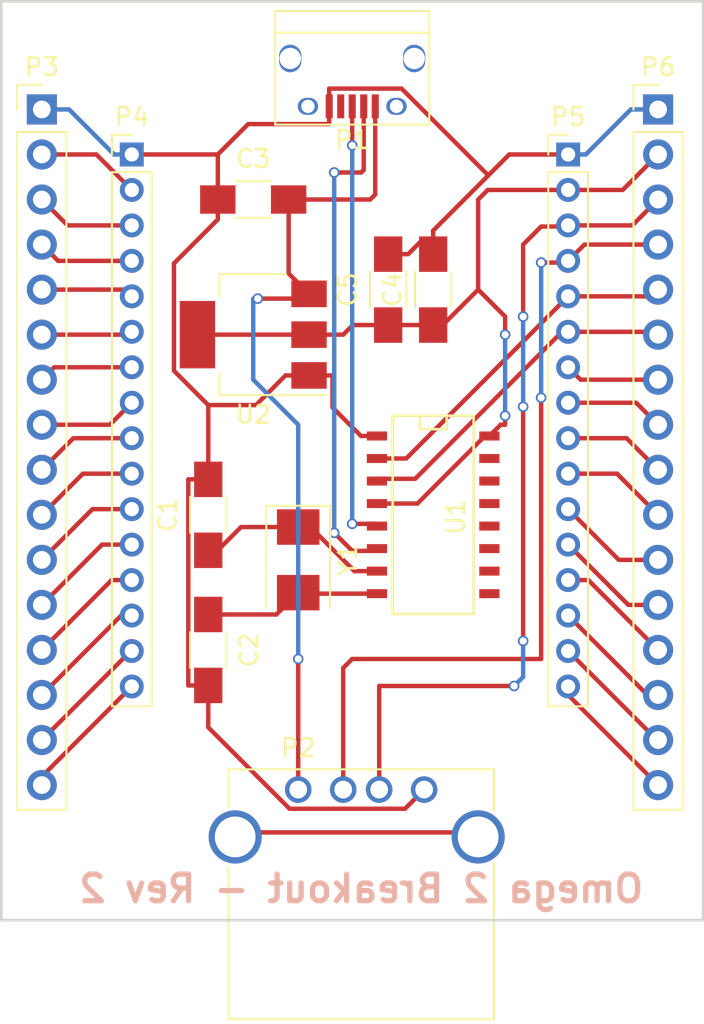
<source format=kicad_pcb>
(kicad_pcb (version 20171130) (host pcbnew "(5.1.12)-1")

  (general
    (thickness 1.6)
    (drawings 5)
    (tracks 204)
    (zones 0)
    (modules 14)
    (nets 46)
  )

  (page A4)
  (layers
    (0 F.Cu signal)
    (31 B.Cu signal)
    (32 B.Adhes user hide)
    (33 F.Adhes user hide)
    (34 B.Paste user hide)
    (35 F.Paste user hide)
    (36 B.SilkS user)
    (37 F.SilkS user)
    (38 B.Mask user hide)
    (39 F.Mask user hide)
    (40 Dwgs.User user hide)
    (41 Cmts.User user hide)
    (42 Eco1.User user hide)
    (43 Eco2.User user hide)
    (44 Edge.Cuts user)
    (45 Margin user hide)
    (46 B.CrtYd user)
    (47 F.CrtYd user)
    (48 B.Fab user hide)
    (49 F.Fab user hide)
  )

  (setup
    (last_trace_width 0.25)
    (trace_clearance 0.2)
    (zone_clearance 0.508)
    (zone_45_only no)
    (trace_min 0.1524)
    (via_size 0.6)
    (via_drill 0.4)
    (via_min_size 0.3302)
    (via_min_drill 0.3)
    (uvia_size 0.3)
    (uvia_drill 0.1)
    (uvias_allowed no)
    (uvia_min_size 0.1778)
    (uvia_min_drill 0.1)
    (edge_width 0.15)
    (segment_width 0.2)
    (pcb_text_width 0.3)
    (pcb_text_size 1.5 1.5)
    (mod_edge_width 0.15)
    (mod_text_size 1 1)
    (mod_text_width 0.15)
    (pad_size 1.524 1.524)
    (pad_drill 0.762)
    (pad_to_mask_clearance 0.2)
    (aux_axis_origin 0 0)
    (grid_origin 86.36 121.92)
    (visible_elements 7FFEFFFF)
    (pcbplotparams
      (layerselection 0x00030_80000001)
      (usegerberextensions true)
      (usegerberattributes true)
      (usegerberadvancedattributes true)
      (creategerberjobfile true)
      (excludeedgelayer true)
      (linewidth 0.100000)
      (plotframeref false)
      (viasonmask false)
      (mode 1)
      (useauxorigin false)
      (hpglpennumber 1)
      (hpglpenspeed 20)
      (hpglpendiameter 15.000000)
      (psnegative false)
      (psa4output false)
      (plotreference true)
      (plotvalue true)
      (plotinvisibletext false)
      (padsonsilk false)
      (subtractmaskfromsilk false)
      (outputformat 1)
      (mirror false)
      (drillshape 0)
      (scaleselection 1)
      (outputdirectory "gerbers/"))
  )

  (net 0 "")
  (net 1 "Net-(C1-Pad1)")
  (net 2 GND)
  (net 3 "Net-(C2-Pad1)")
  (net 4 +5V)
  (net 5 +3V3)
  (net 6 D+)
  (net 7 D-)
  (net 8 D2+)
  (net 9 D2-)
  (net 10 "Net-(P2-Pad5)")
  (net 11 "Net-(P3-Pad2)")
  (net 12 "Net-(P3-Pad3)")
  (net 13 "Net-(P3-Pad4)")
  (net 14 "Net-(P3-Pad5)")
  (net 15 "Net-(P3-Pad6)")
  (net 16 "Net-(P3-Pad7)")
  (net 17 "Net-(P3-Pad8)")
  (net 18 "Net-(P3-Pad9)")
  (net 19 "Net-(P3-Pad10)")
  (net 20 "Net-(P3-Pad11)")
  (net 21 "Net-(P3-Pad12)")
  (net 22 "Net-(P3-Pad13)")
  (net 23 "Net-(P3-Pad14)")
  (net 24 "Net-(P3-Pad15)")
  (net 25 "Net-(P3-Pad16)")
  (net 26 RxD)
  (net 27 TxD)
  (net 28 "Net-(P5-Pad7)")
  (net 29 "Net-(P5-Pad8)")
  (net 30 "Net-(P5-Pad9)")
  (net 31 "Net-(P5-Pad10)")
  (net 32 "Net-(P5-Pad11)")
  (net 33 "Net-(P5-Pad12)")
  (net 34 "Net-(P5-Pad13)")
  (net 35 "Net-(P5-Pad14)")
  (net 36 "Net-(P5-Pad15)")
  (net 37 "Net-(P5-Pad16)")
  (net 38 "Net-(U1-Pad14)")
  (net 39 "Net-(U1-Pad13)")
  (net 40 "Net-(U1-Pad12)")
  (net 41 "Net-(U1-Pad11)")
  (net 42 "Net-(U1-Pad10)")
  (net 43 "Net-(U1-Pad9)")
  (net 44 "Net-(U1-Pad15)")
  (net 45 "Net-(P1-Pad4)")

  (net_class Default "This is the default net class."
    (clearance 0.2)
    (trace_width 0.25)
    (via_dia 0.6)
    (via_drill 0.4)
    (uvia_dia 0.3)
    (uvia_drill 0.1)
    (add_net +3V3)
    (add_net +5V)
    (add_net D+)
    (add_net D-)
    (add_net D2+)
    (add_net D2-)
    (add_net GND)
    (add_net "Net-(C1-Pad1)")
    (add_net "Net-(C2-Pad1)")
    (add_net "Net-(P1-Pad4)")
    (add_net "Net-(P2-Pad5)")
    (add_net "Net-(P3-Pad10)")
    (add_net "Net-(P3-Pad11)")
    (add_net "Net-(P3-Pad12)")
    (add_net "Net-(P3-Pad13)")
    (add_net "Net-(P3-Pad14)")
    (add_net "Net-(P3-Pad15)")
    (add_net "Net-(P3-Pad16)")
    (add_net "Net-(P3-Pad2)")
    (add_net "Net-(P3-Pad3)")
    (add_net "Net-(P3-Pad4)")
    (add_net "Net-(P3-Pad5)")
    (add_net "Net-(P3-Pad6)")
    (add_net "Net-(P3-Pad7)")
    (add_net "Net-(P3-Pad8)")
    (add_net "Net-(P3-Pad9)")
    (add_net "Net-(P5-Pad10)")
    (add_net "Net-(P5-Pad11)")
    (add_net "Net-(P5-Pad12)")
    (add_net "Net-(P5-Pad13)")
    (add_net "Net-(P5-Pad14)")
    (add_net "Net-(P5-Pad15)")
    (add_net "Net-(P5-Pad16)")
    (add_net "Net-(P5-Pad7)")
    (add_net "Net-(P5-Pad8)")
    (add_net "Net-(P5-Pad9)")
    (add_net "Net-(U1-Pad10)")
    (add_net "Net-(U1-Pad11)")
    (add_net "Net-(U1-Pad12)")
    (add_net "Net-(U1-Pad13)")
    (add_net "Net-(U1-Pad14)")
    (add_net "Net-(U1-Pad15)")
    (add_net "Net-(U1-Pad9)")
    (add_net RxD)
    (add_net TxD)
  )

  (module SMD_Packages:SO-16-N (layer F.Cu) (tedit 0) (tstamp 588E2AB1)
    (at 104.14 142.24 270)
    (descr "Module CMS SOJ 16 pins large")
    (tags "CMS SOJ")
    (path /588E1464)
    (attr smd)
    (fp_text reference U1 (at 0.127 -1.27 270) (layer F.SilkS)
      (effects (font (size 1 1) (thickness 0.15)))
    )
    (fp_text value CH340G (at 0 1.27 270) (layer F.Fab)
      (effects (font (size 1 1) (thickness 0.15)))
    )
    (fp_line (start -5.588 -0.762) (end -4.826 -0.762) (layer F.SilkS) (width 0.15))
    (fp_line (start -4.826 -0.762) (end -4.826 0.762) (layer F.SilkS) (width 0.15))
    (fp_line (start -4.826 0.762) (end -5.588 0.762) (layer F.SilkS) (width 0.15))
    (fp_line (start 5.588 -2.286) (end 5.588 2.286) (layer F.SilkS) (width 0.15))
    (fp_line (start 5.588 2.286) (end -5.588 2.286) (layer F.SilkS) (width 0.15))
    (fp_line (start -5.588 2.286) (end -5.588 -2.286) (layer F.SilkS) (width 0.15))
    (fp_line (start -5.588 -2.286) (end 5.588 -2.286) (layer F.SilkS) (width 0.15))
    (pad 16 smd rect (at -4.445 -3.175 270) (size 0.508 1.143) (layers F.Cu F.Paste F.Mask)
      (net 5 +3V3))
    (pad 14 smd rect (at -1.905 -3.175 270) (size 0.508 1.143) (layers F.Cu F.Paste F.Mask)
      (net 38 "Net-(U1-Pad14)"))
    (pad 13 smd rect (at -0.635 -3.175 270) (size 0.508 1.143) (layers F.Cu F.Paste F.Mask)
      (net 39 "Net-(U1-Pad13)"))
    (pad 12 smd rect (at 0.635 -3.175 270) (size 0.508 1.143) (layers F.Cu F.Paste F.Mask)
      (net 40 "Net-(U1-Pad12)"))
    (pad 11 smd rect (at 1.905 -3.175 270) (size 0.508 1.143) (layers F.Cu F.Paste F.Mask)
      (net 41 "Net-(U1-Pad11)"))
    (pad 10 smd rect (at 3.175 -3.175 270) (size 0.508 1.143) (layers F.Cu F.Paste F.Mask)
      (net 42 "Net-(U1-Pad10)"))
    (pad 9 smd rect (at 4.445 -3.175 270) (size 0.508 1.143) (layers F.Cu F.Paste F.Mask)
      (net 43 "Net-(U1-Pad9)"))
    (pad 8 smd rect (at 4.445 3.175 270) (size 0.508 1.143) (layers F.Cu F.Paste F.Mask)
      (net 3 "Net-(C2-Pad1)"))
    (pad 7 smd rect (at 3.175 3.175 270) (size 0.508 1.143) (layers F.Cu F.Paste F.Mask)
      (net 1 "Net-(C1-Pad1)"))
    (pad 6 smd rect (at 1.905 3.175 270) (size 0.508 1.143) (layers F.Cu F.Paste F.Mask)
      (net 7 D-))
    (pad 5 smd rect (at 0.635 3.175 270) (size 0.508 1.143) (layers F.Cu F.Paste F.Mask)
      (net 6 D+))
    (pad 4 smd rect (at -0.635 3.175 270) (size 0.508 1.143) (layers F.Cu F.Paste F.Mask)
      (net 5 +3V3))
    (pad 3 smd rect (at -1.905 3.175 270) (size 0.508 1.143) (layers F.Cu F.Paste F.Mask)
      (net 27 TxD))
    (pad 2 smd rect (at -3.175 3.175 270) (size 0.508 1.143) (layers F.Cu F.Paste F.Mask)
      (net 26 RxD))
    (pad 1 smd rect (at -4.445 3.175 270) (size 0.508 1.143) (layers F.Cu F.Paste F.Mask)
      (net 2 GND))
    (pad 15 smd rect (at -3.175 -3.175 270) (size 0.508 1.143) (layers F.Cu F.Paste F.Mask)
      (net 44 "Net-(U1-Pad15)"))
    (model SMD_Packages.3dshapes/SO-16-N.wrl
      (at (xyz 0 0 0))
      (scale (xyz 0.5 0.4 0.5))
      (rotate (xyz 0 0 0))
    )
  )

  (module Capacitors_SMD:C_1206_HandSoldering (layer F.Cu) (tedit 541A9C03) (tstamp 588E2A21)
    (at 91.44 142.24 90)
    (descr "Capacitor SMD 1206, hand soldering")
    (tags "capacitor 1206")
    (path /588E3610)
    (attr smd)
    (fp_text reference C1 (at 0 -2.3 90) (layer F.SilkS)
      (effects (font (size 1 1) (thickness 0.15)))
    )
    (fp_text value 22pF (at 0 2.3 90) (layer F.Fab)
      (effects (font (size 1 1) (thickness 0.15)))
    )
    (fp_line (start -1.6 0.8) (end -1.6 -0.8) (layer F.Fab) (width 0.1))
    (fp_line (start 1.6 0.8) (end -1.6 0.8) (layer F.Fab) (width 0.1))
    (fp_line (start 1.6 -0.8) (end 1.6 0.8) (layer F.Fab) (width 0.1))
    (fp_line (start -1.6 -0.8) (end 1.6 -0.8) (layer F.Fab) (width 0.1))
    (fp_line (start -3.3 -1.15) (end 3.3 -1.15) (layer F.CrtYd) (width 0.05))
    (fp_line (start -3.3 1.15) (end 3.3 1.15) (layer F.CrtYd) (width 0.05))
    (fp_line (start -3.3 -1.15) (end -3.3 1.15) (layer F.CrtYd) (width 0.05))
    (fp_line (start 3.3 -1.15) (end 3.3 1.15) (layer F.CrtYd) (width 0.05))
    (fp_line (start 1 -1.025) (end -1 -1.025) (layer F.SilkS) (width 0.12))
    (fp_line (start -1 1.025) (end 1 1.025) (layer F.SilkS) (width 0.12))
    (pad 1 smd rect (at -2 0 90) (size 2 1.6) (layers F.Cu F.Paste F.Mask)
      (net 1 "Net-(C1-Pad1)"))
    (pad 2 smd rect (at 2 0 90) (size 2 1.6) (layers F.Cu F.Paste F.Mask)
      (net 2 GND))
    (model Capacitors_SMD.3dshapes/C_1206_HandSoldering.wrl
      (at (xyz 0 0 0))
      (scale (xyz 1 1 1))
      (rotate (xyz 0 0 0))
    )
  )

  (module Capacitors_SMD:C_1206_HandSoldering (layer F.Cu) (tedit 541A9C03) (tstamp 588E2A27)
    (at 91.44 149.86 270)
    (descr "Capacitor SMD 1206, hand soldering")
    (tags "capacitor 1206")
    (path /588E364F)
    (attr smd)
    (fp_text reference C2 (at 0 -2.3 270) (layer F.SilkS)
      (effects (font (size 1 1) (thickness 0.15)))
    )
    (fp_text value 22pF (at 0 2.3 270) (layer F.Fab)
      (effects (font (size 1 1) (thickness 0.15)))
    )
    (fp_line (start -1.6 0.8) (end -1.6 -0.8) (layer F.Fab) (width 0.1))
    (fp_line (start 1.6 0.8) (end -1.6 0.8) (layer F.Fab) (width 0.1))
    (fp_line (start 1.6 -0.8) (end 1.6 0.8) (layer F.Fab) (width 0.1))
    (fp_line (start -1.6 -0.8) (end 1.6 -0.8) (layer F.Fab) (width 0.1))
    (fp_line (start -3.3 -1.15) (end 3.3 -1.15) (layer F.CrtYd) (width 0.05))
    (fp_line (start -3.3 1.15) (end 3.3 1.15) (layer F.CrtYd) (width 0.05))
    (fp_line (start -3.3 -1.15) (end -3.3 1.15) (layer F.CrtYd) (width 0.05))
    (fp_line (start 3.3 -1.15) (end 3.3 1.15) (layer F.CrtYd) (width 0.05))
    (fp_line (start 1 -1.025) (end -1 -1.025) (layer F.SilkS) (width 0.12))
    (fp_line (start -1 1.025) (end 1 1.025) (layer F.SilkS) (width 0.12))
    (pad 1 smd rect (at -2 0 270) (size 2 1.6) (layers F.Cu F.Paste F.Mask)
      (net 3 "Net-(C2-Pad1)"))
    (pad 2 smd rect (at 2 0 270) (size 2 1.6) (layers F.Cu F.Paste F.Mask)
      (net 2 GND))
    (model Capacitors_SMD.3dshapes/C_1206_HandSoldering.wrl
      (at (xyz 0 0 0))
      (scale (xyz 1 1 1))
      (rotate (xyz 0 0 0))
    )
  )

  (module Capacitors_SMD:C_1206_HandSoldering (layer F.Cu) (tedit 541A9C03) (tstamp 588E2A2D)
    (at 93.98 124.46)
    (descr "Capacitor SMD 1206, hand soldering")
    (tags "capacitor 1206")
    (path /588E1D72)
    (attr smd)
    (fp_text reference C3 (at 0 -2.3) (layer F.SilkS)
      (effects (font (size 1 1) (thickness 0.15)))
    )
    (fp_text value 100uF (at 0 2.3) (layer F.Fab)
      (effects (font (size 1 1) (thickness 0.15)))
    )
    (fp_line (start -1.6 0.8) (end -1.6 -0.8) (layer F.Fab) (width 0.1))
    (fp_line (start 1.6 0.8) (end -1.6 0.8) (layer F.Fab) (width 0.1))
    (fp_line (start 1.6 -0.8) (end 1.6 0.8) (layer F.Fab) (width 0.1))
    (fp_line (start -1.6 -0.8) (end 1.6 -0.8) (layer F.Fab) (width 0.1))
    (fp_line (start -3.3 -1.15) (end 3.3 -1.15) (layer F.CrtYd) (width 0.05))
    (fp_line (start -3.3 1.15) (end 3.3 1.15) (layer F.CrtYd) (width 0.05))
    (fp_line (start -3.3 -1.15) (end -3.3 1.15) (layer F.CrtYd) (width 0.05))
    (fp_line (start 3.3 -1.15) (end 3.3 1.15) (layer F.CrtYd) (width 0.05))
    (fp_line (start 1 -1.025) (end -1 -1.025) (layer F.SilkS) (width 0.12))
    (fp_line (start -1 1.025) (end 1 1.025) (layer F.SilkS) (width 0.12))
    (pad 1 smd rect (at -2 0) (size 2 1.6) (layers F.Cu F.Paste F.Mask)
      (net 2 GND))
    (pad 2 smd rect (at 2 0) (size 2 1.6) (layers F.Cu F.Paste F.Mask)
      (net 4 +5V))
    (model Capacitors_SMD.3dshapes/C_1206_HandSoldering.wrl
      (at (xyz 0 0 0))
      (scale (xyz 1 1 1))
      (rotate (xyz 0 0 0))
    )
  )

  (module Capacitors_SMD:C_1206_HandSoldering (layer F.Cu) (tedit 541A9C03) (tstamp 588E2A33)
    (at 104.14 129.54 90)
    (descr "Capacitor SMD 1206, hand soldering")
    (tags "capacitor 1206")
    (path /588F1256)
    (attr smd)
    (fp_text reference C4 (at 0 -2.3 90) (layer F.SilkS)
      (effects (font (size 1 1) (thickness 0.15)))
    )
    (fp_text value 10uF (at 0 2.3 90) (layer F.Fab)
      (effects (font (size 1 1) (thickness 0.15)))
    )
    (fp_line (start -1.6 0.8) (end -1.6 -0.8) (layer F.Fab) (width 0.1))
    (fp_line (start 1.6 0.8) (end -1.6 0.8) (layer F.Fab) (width 0.1))
    (fp_line (start 1.6 -0.8) (end 1.6 0.8) (layer F.Fab) (width 0.1))
    (fp_line (start -1.6 -0.8) (end 1.6 -0.8) (layer F.Fab) (width 0.1))
    (fp_line (start -3.3 -1.15) (end 3.3 -1.15) (layer F.CrtYd) (width 0.05))
    (fp_line (start -3.3 1.15) (end 3.3 1.15) (layer F.CrtYd) (width 0.05))
    (fp_line (start -3.3 -1.15) (end -3.3 1.15) (layer F.CrtYd) (width 0.05))
    (fp_line (start 3.3 -1.15) (end 3.3 1.15) (layer F.CrtYd) (width 0.05))
    (fp_line (start 1 -1.025) (end -1 -1.025) (layer F.SilkS) (width 0.12))
    (fp_line (start -1 1.025) (end 1 1.025) (layer F.SilkS) (width 0.12))
    (pad 1 smd rect (at -2 0 90) (size 2 1.6) (layers F.Cu F.Paste F.Mask)
      (net 5 +3V3))
    (pad 2 smd rect (at 2 0 90) (size 2 1.6) (layers F.Cu F.Paste F.Mask)
      (net 2 GND))
    (model Capacitors_SMD.3dshapes/C_1206_HandSoldering.wrl
      (at (xyz 0 0 0))
      (scale (xyz 1 1 1))
      (rotate (xyz 0 0 0))
    )
  )

  (module Capacitors_SMD:C_1206_HandSoldering (layer F.Cu) (tedit 541A9C03) (tstamp 588E2A39)
    (at 101.6 129.54 90)
    (descr "Capacitor SMD 1206, hand soldering")
    (tags "capacitor 1206")
    (path /588F1295)
    (attr smd)
    (fp_text reference C5 (at 0 -2.3 90) (layer F.SilkS)
      (effects (font (size 1 1) (thickness 0.15)))
    )
    (fp_text value 0.1uF (at 0 2.3 90) (layer F.Fab)
      (effects (font (size 1 1) (thickness 0.15)))
    )
    (fp_line (start -1.6 0.8) (end -1.6 -0.8) (layer F.Fab) (width 0.1))
    (fp_line (start 1.6 0.8) (end -1.6 0.8) (layer F.Fab) (width 0.1))
    (fp_line (start 1.6 -0.8) (end 1.6 0.8) (layer F.Fab) (width 0.1))
    (fp_line (start -1.6 -0.8) (end 1.6 -0.8) (layer F.Fab) (width 0.1))
    (fp_line (start -3.3 -1.15) (end 3.3 -1.15) (layer F.CrtYd) (width 0.05))
    (fp_line (start -3.3 1.15) (end 3.3 1.15) (layer F.CrtYd) (width 0.05))
    (fp_line (start -3.3 -1.15) (end -3.3 1.15) (layer F.CrtYd) (width 0.05))
    (fp_line (start 3.3 -1.15) (end 3.3 1.15) (layer F.CrtYd) (width 0.05))
    (fp_line (start 1 -1.025) (end -1 -1.025) (layer F.SilkS) (width 0.12))
    (fp_line (start -1 1.025) (end 1 1.025) (layer F.SilkS) (width 0.12))
    (pad 1 smd rect (at -2 0 90) (size 2 1.6) (layers F.Cu F.Paste F.Mask)
      (net 5 +3V3))
    (pad 2 smd rect (at 2 0 90) (size 2 1.6) (layers F.Cu F.Paste F.Mask)
      (net 2 GND))
    (model Capacitors_SMD.3dshapes/C_1206_HandSoldering.wrl
      (at (xyz 0 0 0))
      (scale (xyz 1 1 1))
      (rotate (xyz 0 0 0))
    )
  )

  (module Connect:USB_A (layer F.Cu) (tedit 5) (tstamp 588E2A4D)
    (at 96.52 157.734)
    (descr "USB A connector")
    (tags "USB USB_A")
    (path /588E1FDE)
    (fp_text reference P2 (at 0 -2.35) (layer F.SilkS)
      (effects (font (size 1 1) (thickness 0.15)))
    )
    (fp_text value USB_B (at 3.84 7.44) (layer F.Fab)
      (effects (font (size 1 1) (thickness 0.15)))
    )
    (fp_line (start -5.3 13.2) (end -5.3 -1.4) (layer F.CrtYd) (width 0.05))
    (fp_line (start 11.95 -1.4) (end 11.95 13.2) (layer F.CrtYd) (width 0.05))
    (fp_line (start -5.3 13.2) (end 11.95 13.2) (layer F.CrtYd) (width 0.05))
    (fp_line (start -5.3 -1.4) (end 11.95 -1.4) (layer F.CrtYd) (width 0.05))
    (fp_line (start 11.05 -1.14) (end 11.05 1.19) (layer F.SilkS) (width 0.12))
    (fp_line (start -3.94 -1.14) (end -3.94 0.98) (layer F.SilkS) (width 0.12))
    (fp_line (start 11.05 -1.14) (end -3.94 -1.14) (layer F.SilkS) (width 0.12))
    (fp_line (start 11.05 12.95) (end -3.94 12.95) (layer F.SilkS) (width 0.12))
    (fp_line (start 11.05 4.15) (end 11.05 12.95) (layer F.SilkS) (width 0.12))
    (fp_line (start -3.94 4.35) (end -3.94 12.95) (layer F.SilkS) (width 0.12))
    (pad 4 thru_hole circle (at 7.11 0 270) (size 1.5 1.5) (drill 1) (layers *.Cu *.Mask)
      (net 2 GND))
    (pad 3 thru_hole circle (at 4.57 0 270) (size 1.5 1.5) (drill 1) (layers *.Cu *.Mask)
      (net 8 D2+))
    (pad 2 thru_hole circle (at 2.54 0 270) (size 1.5 1.5) (drill 1) (layers *.Cu *.Mask)
      (net 9 D2-))
    (pad 1 thru_hole circle (at 0 0 270) (size 1.5 1.5) (drill 1) (layers *.Cu *.Mask)
      (net 4 +5V))
    (pad 5 thru_hole circle (at 10.16 2.67 270) (size 3 3) (drill 2.3) (layers *.Cu *.Mask)
      (net 10 "Net-(P2-Pad5)"))
    (pad 5 thru_hole circle (at -3.56 2.67 270) (size 3 3) (drill 2.3) (layers *.Cu *.Mask)
      (net 10 "Net-(P2-Pad5)"))
    (model Connectors.3dshapes/USB_A.wrl
      (offset (xyz 3.555999946594238 0 0))
      (scale (xyz 1 1 1))
      (rotate (xyz 0 0 90))
    )
  )

  (module Pin_Headers:Pin_Header_Straight_1x16_Pitch2.54mm (layer F.Cu) (tedit 5862ED52) (tstamp 588E2A61)
    (at 82.042 119.38)
    (descr "Through hole straight pin header, 1x16, 2.54mm pitch, single row")
    (tags "Through hole pin header THT 1x16 2.54mm single row")
    (path /588E5695)
    (fp_text reference P3 (at 0 -2.39) (layer F.SilkS)
      (effects (font (size 1 1) (thickness 0.15)))
    )
    (fp_text value CONN_01X16 (at 0 40.49) (layer F.Fab)
      (effects (font (size 1 1) (thickness 0.15)))
    )
    (fp_line (start -1.27 -1.27) (end -1.27 39.37) (layer F.Fab) (width 0.1))
    (fp_line (start -1.27 39.37) (end 1.27 39.37) (layer F.Fab) (width 0.1))
    (fp_line (start 1.27 39.37) (end 1.27 -1.27) (layer F.Fab) (width 0.1))
    (fp_line (start 1.27 -1.27) (end -1.27 -1.27) (layer F.Fab) (width 0.1))
    (fp_line (start -1.39 1.27) (end -1.39 39.49) (layer F.SilkS) (width 0.12))
    (fp_line (start -1.39 39.49) (end 1.39 39.49) (layer F.SilkS) (width 0.12))
    (fp_line (start 1.39 39.49) (end 1.39 1.27) (layer F.SilkS) (width 0.12))
    (fp_line (start 1.39 1.27) (end -1.39 1.27) (layer F.SilkS) (width 0.12))
    (fp_line (start -1.39 0) (end -1.39 -1.39) (layer F.SilkS) (width 0.12))
    (fp_line (start -1.39 -1.39) (end 0 -1.39) (layer F.SilkS) (width 0.12))
    (fp_line (start -1.6 -1.6) (end -1.6 39.7) (layer F.CrtYd) (width 0.05))
    (fp_line (start -1.6 39.7) (end 1.6 39.7) (layer F.CrtYd) (width 0.05))
    (fp_line (start 1.6 39.7) (end 1.6 -1.6) (layer F.CrtYd) (width 0.05))
    (fp_line (start 1.6 -1.6) (end -1.6 -1.6) (layer F.CrtYd) (width 0.05))
    (pad 1 thru_hole rect (at 0 0) (size 1.7 1.7) (drill 1) (layers *.Cu *.Mask)
      (net 2 GND))
    (pad 2 thru_hole oval (at 0 2.54) (size 1.7 1.7) (drill 1) (layers *.Cu *.Mask)
      (net 11 "Net-(P3-Pad2)"))
    (pad 3 thru_hole oval (at 0 5.08) (size 1.7 1.7) (drill 1) (layers *.Cu *.Mask)
      (net 12 "Net-(P3-Pad3)"))
    (pad 4 thru_hole oval (at 0 7.62) (size 1.7 1.7) (drill 1) (layers *.Cu *.Mask)
      (net 13 "Net-(P3-Pad4)"))
    (pad 5 thru_hole oval (at 0 10.16) (size 1.7 1.7) (drill 1) (layers *.Cu *.Mask)
      (net 14 "Net-(P3-Pad5)"))
    (pad 6 thru_hole oval (at 0 12.7) (size 1.7 1.7) (drill 1) (layers *.Cu *.Mask)
      (net 15 "Net-(P3-Pad6)"))
    (pad 7 thru_hole oval (at 0 15.24) (size 1.7 1.7) (drill 1) (layers *.Cu *.Mask)
      (net 16 "Net-(P3-Pad7)"))
    (pad 8 thru_hole oval (at 0 17.78) (size 1.7 1.7) (drill 1) (layers *.Cu *.Mask)
      (net 17 "Net-(P3-Pad8)"))
    (pad 9 thru_hole oval (at 0 20.32) (size 1.7 1.7) (drill 1) (layers *.Cu *.Mask)
      (net 18 "Net-(P3-Pad9)"))
    (pad 10 thru_hole oval (at 0 22.86) (size 1.7 1.7) (drill 1) (layers *.Cu *.Mask)
      (net 19 "Net-(P3-Pad10)"))
    (pad 11 thru_hole oval (at 0 25.4) (size 1.7 1.7) (drill 1) (layers *.Cu *.Mask)
      (net 20 "Net-(P3-Pad11)"))
    (pad 12 thru_hole oval (at 0 27.94) (size 1.7 1.7) (drill 1) (layers *.Cu *.Mask)
      (net 21 "Net-(P3-Pad12)"))
    (pad 13 thru_hole oval (at 0 30.48) (size 1.7 1.7) (drill 1) (layers *.Cu *.Mask)
      (net 22 "Net-(P3-Pad13)"))
    (pad 14 thru_hole oval (at 0 33.02) (size 1.7 1.7) (drill 1) (layers *.Cu *.Mask)
      (net 23 "Net-(P3-Pad14)"))
    (pad 15 thru_hole oval (at 0 35.56) (size 1.7 1.7) (drill 1) (layers *.Cu *.Mask)
      (net 24 "Net-(P3-Pad15)"))
    (pad 16 thru_hole oval (at 0 38.1) (size 1.7 1.7) (drill 1) (layers *.Cu *.Mask)
      (net 25 "Net-(P3-Pad16)"))
    (model Pin_Headers.3dshapes/Pin_Header_Straight_1x16_Pitch2.54mm.wrl
      (offset (xyz 0 -19.04999971389771 0))
      (scale (xyz 1 1 1))
      (rotate (xyz 0 0 90))
    )
  )

  (module Pin_Headers:Pin_Header_Straight_1x16_Pitch2.00mm (layer F.Cu) (tedit 5862ED56) (tstamp 588E2A75)
    (at 87.122 121.92)
    (descr "Through hole straight pin header, 1x16, 2.00mm pitch, single row")
    (tags "Through hole pin header THT 1x16 2.00mm single row")
    (path /588E14EF)
    (fp_text reference P4 (at 0 -2.12) (layer F.SilkS)
      (effects (font (size 1 1) (thickness 0.15)))
    )
    (fp_text value CONN_01X16 (at 0 32.12) (layer F.Fab)
      (effects (font (size 1 1) (thickness 0.15)))
    )
    (fp_line (start -1 -1) (end -1 31) (layer F.Fab) (width 0.1))
    (fp_line (start -1 31) (end 1 31) (layer F.Fab) (width 0.1))
    (fp_line (start 1 31) (end 1 -1) (layer F.Fab) (width 0.1))
    (fp_line (start 1 -1) (end -1 -1) (layer F.Fab) (width 0.1))
    (fp_line (start -1.12 1) (end -1.12 31.12) (layer F.SilkS) (width 0.12))
    (fp_line (start -1.12 31.12) (end 1.12 31.12) (layer F.SilkS) (width 0.12))
    (fp_line (start 1.12 31.12) (end 1.12 1) (layer F.SilkS) (width 0.12))
    (fp_line (start 1.12 1) (end -1.12 1) (layer F.SilkS) (width 0.12))
    (fp_line (start -1.12 0) (end -1.12 -1.12) (layer F.SilkS) (width 0.12))
    (fp_line (start -1.12 -1.12) (end 0 -1.12) (layer F.SilkS) (width 0.12))
    (fp_line (start -1.3 -1.3) (end -1.3 31.3) (layer F.CrtYd) (width 0.05))
    (fp_line (start -1.3 31.3) (end 1.3 31.3) (layer F.CrtYd) (width 0.05))
    (fp_line (start 1.3 31.3) (end 1.3 -1.3) (layer F.CrtYd) (width 0.05))
    (fp_line (start 1.3 -1.3) (end -1.3 -1.3) (layer F.CrtYd) (width 0.05))
    (pad 1 thru_hole rect (at 0 0) (size 1.35 1.35) (drill 0.8) (layers *.Cu *.Mask)
      (net 2 GND))
    (pad 2 thru_hole oval (at 0 2) (size 1.35 1.35) (drill 0.8) (layers *.Cu *.Mask)
      (net 11 "Net-(P3-Pad2)"))
    (pad 3 thru_hole oval (at 0 4) (size 1.35 1.35) (drill 0.8) (layers *.Cu *.Mask)
      (net 12 "Net-(P3-Pad3)"))
    (pad 4 thru_hole oval (at 0 6) (size 1.35 1.35) (drill 0.8) (layers *.Cu *.Mask)
      (net 13 "Net-(P3-Pad4)"))
    (pad 5 thru_hole oval (at 0 8) (size 1.35 1.35) (drill 0.8) (layers *.Cu *.Mask)
      (net 14 "Net-(P3-Pad5)"))
    (pad 6 thru_hole oval (at 0 10) (size 1.35 1.35) (drill 0.8) (layers *.Cu *.Mask)
      (net 15 "Net-(P3-Pad6)"))
    (pad 7 thru_hole oval (at 0 12) (size 1.35 1.35) (drill 0.8) (layers *.Cu *.Mask)
      (net 16 "Net-(P3-Pad7)"))
    (pad 8 thru_hole oval (at 0 14) (size 1.35 1.35) (drill 0.8) (layers *.Cu *.Mask)
      (net 17 "Net-(P3-Pad8)"))
    (pad 9 thru_hole oval (at 0 16) (size 1.35 1.35) (drill 0.8) (layers *.Cu *.Mask)
      (net 18 "Net-(P3-Pad9)"))
    (pad 10 thru_hole oval (at 0 18) (size 1.35 1.35) (drill 0.8) (layers *.Cu *.Mask)
      (net 19 "Net-(P3-Pad10)"))
    (pad 11 thru_hole oval (at 0 20) (size 1.35 1.35) (drill 0.8) (layers *.Cu *.Mask)
      (net 20 "Net-(P3-Pad11)"))
    (pad 12 thru_hole oval (at 0 22) (size 1.35 1.35) (drill 0.8) (layers *.Cu *.Mask)
      (net 21 "Net-(P3-Pad12)"))
    (pad 13 thru_hole oval (at 0 24) (size 1.35 1.35) (drill 0.8) (layers *.Cu *.Mask)
      (net 22 "Net-(P3-Pad13)"))
    (pad 14 thru_hole oval (at 0 26) (size 1.35 1.35) (drill 0.8) (layers *.Cu *.Mask)
      (net 23 "Net-(P3-Pad14)"))
    (pad 15 thru_hole oval (at 0 28) (size 1.35 1.35) (drill 0.8) (layers *.Cu *.Mask)
      (net 24 "Net-(P3-Pad15)"))
    (pad 16 thru_hole oval (at 0 30) (size 1.35 1.35) (drill 0.8) (layers *.Cu *.Mask)
      (net 25 "Net-(P3-Pad16)"))
    (model Pin_Headers.3dshapes/Pin_Header_Straight_1x16_Pitch2.00mm.wrl
      (at (xyz 0 0 0))
      (scale (xyz 1 1 1))
      (rotate (xyz 0 0 0))
    )
  )

  (module Pin_Headers:Pin_Header_Straight_1x16_Pitch2.00mm (layer F.Cu) (tedit 5862ED56) (tstamp 588E2A89)
    (at 111.76 121.92)
    (descr "Through hole straight pin header, 1x16, 2.00mm pitch, single row")
    (tags "Through hole pin header THT 1x16 2.00mm single row")
    (path /588E166E)
    (fp_text reference P5 (at 0 -2.12) (layer F.SilkS)
      (effects (font (size 1 1) (thickness 0.15)))
    )
    (fp_text value CONN_01X16 (at 0 32.12) (layer F.Fab)
      (effects (font (size 1 1) (thickness 0.15)))
    )
    (fp_line (start -1 -1) (end -1 31) (layer F.Fab) (width 0.1))
    (fp_line (start -1 31) (end 1 31) (layer F.Fab) (width 0.1))
    (fp_line (start 1 31) (end 1 -1) (layer F.Fab) (width 0.1))
    (fp_line (start 1 -1) (end -1 -1) (layer F.Fab) (width 0.1))
    (fp_line (start -1.12 1) (end -1.12 31.12) (layer F.SilkS) (width 0.12))
    (fp_line (start -1.12 31.12) (end 1.12 31.12) (layer F.SilkS) (width 0.12))
    (fp_line (start 1.12 31.12) (end 1.12 1) (layer F.SilkS) (width 0.12))
    (fp_line (start 1.12 1) (end -1.12 1) (layer F.SilkS) (width 0.12))
    (fp_line (start -1.12 0) (end -1.12 -1.12) (layer F.SilkS) (width 0.12))
    (fp_line (start -1.12 -1.12) (end 0 -1.12) (layer F.SilkS) (width 0.12))
    (fp_line (start -1.3 -1.3) (end -1.3 31.3) (layer F.CrtYd) (width 0.05))
    (fp_line (start -1.3 31.3) (end 1.3 31.3) (layer F.CrtYd) (width 0.05))
    (fp_line (start 1.3 31.3) (end 1.3 -1.3) (layer F.CrtYd) (width 0.05))
    (fp_line (start 1.3 -1.3) (end -1.3 -1.3) (layer F.CrtYd) (width 0.05))
    (pad 1 thru_hole rect (at 0 0) (size 1.35 1.35) (drill 0.8) (layers *.Cu *.Mask)
      (net 2 GND))
    (pad 2 thru_hole oval (at 0 2) (size 1.35 1.35) (drill 0.8) (layers *.Cu *.Mask)
      (net 5 +3V3))
    (pad 3 thru_hole oval (at 0 4) (size 1.35 1.35) (drill 0.8) (layers *.Cu *.Mask)
      (net 8 D2+))
    (pad 4 thru_hole oval (at 0 6) (size 1.35 1.35) (drill 0.8) (layers *.Cu *.Mask)
      (net 9 D2-))
    (pad 5 thru_hole oval (at 0 8) (size 1.35 1.35) (drill 0.8) (layers *.Cu *.Mask)
      (net 26 RxD))
    (pad 6 thru_hole oval (at 0 10) (size 1.35 1.35) (drill 0.8) (layers *.Cu *.Mask)
      (net 27 TxD))
    (pad 7 thru_hole oval (at 0 12) (size 1.35 1.35) (drill 0.8) (layers *.Cu *.Mask)
      (net 28 "Net-(P5-Pad7)"))
    (pad 8 thru_hole oval (at 0 14) (size 1.35 1.35) (drill 0.8) (layers *.Cu *.Mask)
      (net 29 "Net-(P5-Pad8)"))
    (pad 9 thru_hole oval (at 0 16) (size 1.35 1.35) (drill 0.8) (layers *.Cu *.Mask)
      (net 30 "Net-(P5-Pad9)"))
    (pad 10 thru_hole oval (at 0 18) (size 1.35 1.35) (drill 0.8) (layers *.Cu *.Mask)
      (net 31 "Net-(P5-Pad10)"))
    (pad 11 thru_hole oval (at 0 20) (size 1.35 1.35) (drill 0.8) (layers *.Cu *.Mask)
      (net 32 "Net-(P5-Pad11)"))
    (pad 12 thru_hole oval (at 0 22) (size 1.35 1.35) (drill 0.8) (layers *.Cu *.Mask)
      (net 33 "Net-(P5-Pad12)"))
    (pad 13 thru_hole oval (at 0 24) (size 1.35 1.35) (drill 0.8) (layers *.Cu *.Mask)
      (net 34 "Net-(P5-Pad13)"))
    (pad 14 thru_hole oval (at 0 26) (size 1.35 1.35) (drill 0.8) (layers *.Cu *.Mask)
      (net 35 "Net-(P5-Pad14)"))
    (pad 15 thru_hole oval (at 0 28) (size 1.35 1.35) (drill 0.8) (layers *.Cu *.Mask)
      (net 36 "Net-(P5-Pad15)"))
    (pad 16 thru_hole oval (at 0 30) (size 1.35 1.35) (drill 0.8) (layers *.Cu *.Mask)
      (net 37 "Net-(P5-Pad16)"))
    (model Pin_Headers.3dshapes/Pin_Header_Straight_1x16_Pitch2.00mm.wrl
      (at (xyz 0 0 0))
      (scale (xyz 1 1 1))
      (rotate (xyz 0 0 0))
    )
  )

  (module Pin_Headers:Pin_Header_Straight_1x16_Pitch2.54mm (layer F.Cu) (tedit 5862ED52) (tstamp 588E2A9D)
    (at 116.84 119.38)
    (descr "Through hole straight pin header, 1x16, 2.54mm pitch, single row")
    (tags "Through hole pin header THT 1x16 2.54mm single row")
    (path /588E573F)
    (fp_text reference P6 (at 0 -2.39) (layer F.SilkS)
      (effects (font (size 1 1) (thickness 0.15)))
    )
    (fp_text value CONN_01X16 (at 0 40.49) (layer F.Fab)
      (effects (font (size 1 1) (thickness 0.15)))
    )
    (fp_line (start -1.27 -1.27) (end -1.27 39.37) (layer F.Fab) (width 0.1))
    (fp_line (start -1.27 39.37) (end 1.27 39.37) (layer F.Fab) (width 0.1))
    (fp_line (start 1.27 39.37) (end 1.27 -1.27) (layer F.Fab) (width 0.1))
    (fp_line (start 1.27 -1.27) (end -1.27 -1.27) (layer F.Fab) (width 0.1))
    (fp_line (start -1.39 1.27) (end -1.39 39.49) (layer F.SilkS) (width 0.12))
    (fp_line (start -1.39 39.49) (end 1.39 39.49) (layer F.SilkS) (width 0.12))
    (fp_line (start 1.39 39.49) (end 1.39 1.27) (layer F.SilkS) (width 0.12))
    (fp_line (start 1.39 1.27) (end -1.39 1.27) (layer F.SilkS) (width 0.12))
    (fp_line (start -1.39 0) (end -1.39 -1.39) (layer F.SilkS) (width 0.12))
    (fp_line (start -1.39 -1.39) (end 0 -1.39) (layer F.SilkS) (width 0.12))
    (fp_line (start -1.6 -1.6) (end -1.6 39.7) (layer F.CrtYd) (width 0.05))
    (fp_line (start -1.6 39.7) (end 1.6 39.7) (layer F.CrtYd) (width 0.05))
    (fp_line (start 1.6 39.7) (end 1.6 -1.6) (layer F.CrtYd) (width 0.05))
    (fp_line (start 1.6 -1.6) (end -1.6 -1.6) (layer F.CrtYd) (width 0.05))
    (pad 1 thru_hole rect (at 0 0) (size 1.7 1.7) (drill 1) (layers *.Cu *.Mask)
      (net 2 GND))
    (pad 2 thru_hole oval (at 0 2.54) (size 1.7 1.7) (drill 1) (layers *.Cu *.Mask)
      (net 5 +3V3))
    (pad 3 thru_hole oval (at 0 5.08) (size 1.7 1.7) (drill 1) (layers *.Cu *.Mask)
      (net 8 D2+))
    (pad 4 thru_hole oval (at 0 7.62) (size 1.7 1.7) (drill 1) (layers *.Cu *.Mask)
      (net 9 D2-))
    (pad 5 thru_hole oval (at 0 10.16) (size 1.7 1.7) (drill 1) (layers *.Cu *.Mask)
      (net 26 RxD))
    (pad 6 thru_hole oval (at 0 12.7) (size 1.7 1.7) (drill 1) (layers *.Cu *.Mask)
      (net 27 TxD))
    (pad 7 thru_hole oval (at 0 15.24) (size 1.7 1.7) (drill 1) (layers *.Cu *.Mask)
      (net 28 "Net-(P5-Pad7)"))
    (pad 8 thru_hole oval (at 0 17.78) (size 1.7 1.7) (drill 1) (layers *.Cu *.Mask)
      (net 29 "Net-(P5-Pad8)"))
    (pad 9 thru_hole oval (at 0 20.32) (size 1.7 1.7) (drill 1) (layers *.Cu *.Mask)
      (net 30 "Net-(P5-Pad9)"))
    (pad 10 thru_hole oval (at 0 22.86) (size 1.7 1.7) (drill 1) (layers *.Cu *.Mask)
      (net 31 "Net-(P5-Pad10)"))
    (pad 11 thru_hole oval (at 0 25.4) (size 1.7 1.7) (drill 1) (layers *.Cu *.Mask)
      (net 32 "Net-(P5-Pad11)"))
    (pad 12 thru_hole oval (at 0 27.94) (size 1.7 1.7) (drill 1) (layers *.Cu *.Mask)
      (net 33 "Net-(P5-Pad12)"))
    (pad 13 thru_hole oval (at 0 30.48) (size 1.7 1.7) (drill 1) (layers *.Cu *.Mask)
      (net 34 "Net-(P5-Pad13)"))
    (pad 14 thru_hole oval (at 0 33.02) (size 1.7 1.7) (drill 1) (layers *.Cu *.Mask)
      (net 35 "Net-(P5-Pad14)"))
    (pad 15 thru_hole oval (at 0 35.56) (size 1.7 1.7) (drill 1) (layers *.Cu *.Mask)
      (net 36 "Net-(P5-Pad15)"))
    (pad 16 thru_hole oval (at 0 38.1) (size 1.7 1.7) (drill 1) (layers *.Cu *.Mask)
      (net 37 "Net-(P5-Pad16)"))
    (model Pin_Headers.3dshapes/Pin_Header_Straight_1x16_Pitch2.54mm.wrl
      (offset (xyz 0 -19.04999971389771 0))
      (scale (xyz 1 1 1))
      (rotate (xyz 0 0 90))
    )
  )

  (module Crystals:Crystal_SMD_5032-2pin_5.0x3.2mm (layer F.Cu) (tedit 5873B462) (tstamp 588E2ABF)
    (at 96.52 144.78 270)
    (descr "SMD Crystal SERIES SMD2520/2 http://www.icbase.com/File/PDF/HKC/HKC00061008.pdf, 5.0x3.2mm^2 package")
    (tags "SMD SMT crystal")
    (path /588E3573)
    (attr smd)
    (fp_text reference Y1 (at 0 -2.8 270) (layer F.SilkS)
      (effects (font (size 1 1) (thickness 0.15)))
    )
    (fp_text value 12MHz (at 0 2.8 270) (layer F.Fab)
      (effects (font (size 1 1) (thickness 0.15)))
    )
    (fp_circle (center 0 0) (end 0.4 0) (layer F.Adhes) (width 0.1))
    (fp_circle (center 0 0) (end 0.333333 0) (layer F.Adhes) (width 0.133333))
    (fp_circle (center 0 0) (end 0.213333 0) (layer F.Adhes) (width 0.133333))
    (fp_circle (center 0 0) (end 0.093333 0) (layer F.Adhes) (width 0.186667))
    (fp_line (start -2.3 -1.6) (end 2.3 -1.6) (layer F.Fab) (width 0.1))
    (fp_line (start 2.3 -1.6) (end 2.5 -1.4) (layer F.Fab) (width 0.1))
    (fp_line (start 2.5 -1.4) (end 2.5 1.4) (layer F.Fab) (width 0.1))
    (fp_line (start 2.5 1.4) (end 2.3 1.6) (layer F.Fab) (width 0.1))
    (fp_line (start 2.3 1.6) (end -2.3 1.6) (layer F.Fab) (width 0.1))
    (fp_line (start -2.3 1.6) (end -2.5 1.4) (layer F.Fab) (width 0.1))
    (fp_line (start -2.5 1.4) (end -2.5 -1.4) (layer F.Fab) (width 0.1))
    (fp_line (start -2.5 -1.4) (end -2.3 -1.6) (layer F.Fab) (width 0.1))
    (fp_line (start -2.5 0.6) (end -1.5 1.6) (layer F.Fab) (width 0.1))
    (fp_line (start 2.7 -1.8) (end -3.05 -1.8) (layer F.SilkS) (width 0.12))
    (fp_line (start -3.05 -1.8) (end -3.05 1.8) (layer F.SilkS) (width 0.12))
    (fp_line (start -3.05 1.8) (end 2.7 1.8) (layer F.SilkS) (width 0.12))
    (fp_line (start -3.1 -1.9) (end -3.1 1.9) (layer F.CrtYd) (width 0.05))
    (fp_line (start -3.1 1.9) (end 3.1 1.9) (layer F.CrtYd) (width 0.05))
    (fp_line (start 3.1 1.9) (end 3.1 -1.9) (layer F.CrtYd) (width 0.05))
    (fp_line (start 3.1 -1.9) (end -3.1 -1.9) (layer F.CrtYd) (width 0.05))
    (pad 1 smd rect (at -1.85 0 270) (size 2 2.4) (layers F.Cu F.Mask)
      (net 1 "Net-(C1-Pad1)"))
    (pad 2 smd rect (at 1.85 0 270) (size 2 2.4) (layers F.Cu F.Mask)
      (net 3 "Net-(C2-Pad1)"))
    (model Crystals.3dshapes/Crystal_SMD_5032-2pin_5.0x3.2mm.wrl
      (at (xyz 0 0 0))
      (scale (xyz 0.393701 0.393701 0.393701))
      (rotate (xyz 0 0 0))
    )
  )

  (module TO_SOT_Packages_SMD:SOT-223 (layer F.Cu) (tedit 583F3B4E) (tstamp 588E2AB9)
    (at 93.98 132.08 180)
    (descr "module CMS SOT223 4 pins")
    (tags "CMS SOT")
    (path /588E24F1)
    (attr smd)
    (fp_text reference U2 (at 0 -4.5 180) (layer F.SilkS)
      (effects (font (size 1 1) (thickness 0.15)))
    )
    (fp_text value AP1117 (at 0 4.5 180) (layer F.Fab)
      (effects (font (size 1 1) (thickness 0.15)))
    )
    (fp_line (start 1.91 3.41) (end 1.91 2.15) (layer F.SilkS) (width 0.12))
    (fp_line (start 1.91 -3.41) (end 1.91 -2.15) (layer F.SilkS) (width 0.12))
    (fp_line (start 4.4 -3.6) (end -4.4 -3.6) (layer F.CrtYd) (width 0.05))
    (fp_line (start 4.4 3.6) (end 4.4 -3.6) (layer F.CrtYd) (width 0.05))
    (fp_line (start -4.4 3.6) (end 4.4 3.6) (layer F.CrtYd) (width 0.05))
    (fp_line (start -4.4 -3.6) (end -4.4 3.6) (layer F.CrtYd) (width 0.05))
    (fp_line (start -1.85 -2.35) (end -0.85 -3.35) (layer F.Fab) (width 0.1))
    (fp_line (start -1.85 -2.35) (end -1.85 3.35) (layer F.Fab) (width 0.1))
    (fp_line (start -1.85 3.41) (end 1.91 3.41) (layer F.SilkS) (width 0.12))
    (fp_line (start -0.85 -3.35) (end 1.85 -3.35) (layer F.Fab) (width 0.1))
    (fp_line (start -4.1 -3.41) (end 1.91 -3.41) (layer F.SilkS) (width 0.12))
    (fp_line (start -1.85 3.35) (end 1.85 3.35) (layer F.Fab) (width 0.1))
    (fp_line (start 1.85 -3.35) (end 1.85 3.35) (layer F.Fab) (width 0.1))
    (pad 4 smd rect (at 3.15 0 180) (size 2 3.8) (layers F.Cu F.Paste F.Mask)
      (net 5 +3V3))
    (pad 2 smd rect (at -3.15 0 180) (size 2 1.5) (layers F.Cu F.Paste F.Mask)
      (net 5 +3V3))
    (pad 3 smd rect (at -3.15 2.3 180) (size 2 1.5) (layers F.Cu F.Paste F.Mask)
      (net 4 +5V))
    (pad 1 smd rect (at -3.15 -2.3 180) (size 2 1.5) (layers F.Cu F.Paste F.Mask)
      (net 2 GND))
    (model TO_SOT_Packages_SMD.3dshapes/SOT-223.wrl
      (at (xyz 0 0 0))
      (scale (xyz 0.4 0.4 0.4))
      (rotate (xyz 0 0 90))
    )
  )

  (module "USB-micro -oshpark:USB_Micro-B" (layer F.Cu) (tedit 58EA5BE7) (tstamp 588E2A43)
    (at 99.568 117.856 180)
    (descr "Micro USB Type B Receptacle")
    (tags "USB USB_B USB_micro USB_OTG")
    (path /588E1EE7)
    (attr smd)
    (fp_text reference P1 (at 0 -3.24 180) (layer F.SilkS)
      (effects (font (size 1 1) (thickness 0.15)))
    )
    (fp_text value USB_B (at 0 5.01 180) (layer F.Fab)
      (effects (font (size 1 1) (thickness 0.15)))
    )
    (fp_line (start -4.6 -2.59) (end 4.6 -2.59) (layer F.CrtYd) (width 0.05))
    (fp_line (start 4.6 -2.59) (end 4.6 4.26) (layer F.CrtYd) (width 0.05))
    (fp_line (start 4.6 4.26) (end -4.6 4.26) (layer F.CrtYd) (width 0.05))
    (fp_line (start -4.6 4.26) (end -4.6 -2.59) (layer F.CrtYd) (width 0.05))
    (fp_line (start -4.35 4.03) (end 4.35 4.03) (layer F.SilkS) (width 0.12))
    (fp_line (start -4.35 -2.38) (end 4.35 -2.38) (layer F.SilkS) (width 0.12))
    (fp_line (start 4.35 -2.38) (end 4.35 4.03) (layer F.SilkS) (width 0.12))
    (fp_line (start 4.35 2.8) (end -4.35 2.8) (layer F.SilkS) (width 0.12))
    (fp_line (start -4.35 4.03) (end -4.35 -2.38) (layer F.SilkS) (width 0.12))
    (pad 1 smd rect (at -1.3 -1.35 270) (size 1.35 0.4) (layers F.Cu F.Paste F.Mask)
      (net 4 +5V))
    (pad 2 smd rect (at -0.65 -1.35 270) (size 1.35 0.4) (layers F.Cu F.Paste F.Mask)
      (net 7 D-))
    (pad 3 smd rect (at 0 -1.35 270) (size 1.35 0.4) (layers F.Cu F.Paste F.Mask)
      (net 6 D+))
    (pad 4 smd rect (at 0.65 -1.35 270) (size 1.35 0.4) (layers F.Cu F.Paste F.Mask)
      (net 45 "Net-(P1-Pad4)"))
    (pad 5 smd rect (at 1.3 -1.35 270) (size 1.35 0.4) (layers F.Cu F.Paste F.Mask)
      (net 2 GND))
    (pad 6 thru_hole oval (at -2.5 -1.35 270) (size 0.95 1.15) (drill 0.75) (layers *.Cu *.Mask))
    (pad 6 thru_hole oval (at 2.5 -1.35 270) (size 0.95 1.15) (drill 0.75) (layers *.Cu *.Mask))
    (pad 6 thru_hole oval (at -3.5 1.35 270) (size 1.55 1.25) (drill 1.2) (layers *.Cu *.Mask))
    (pad 6 thru_hole oval (at 3.5 1.35 270) (size 1.55 1.25) (drill 1.2) (layers *.Cu *.Mask))
  )

  (gr_text "Omega 2 Breakout - Rev 2" (at 100.076 163.322) (layer B.SilkS)
    (effects (font (size 1.5 1.5) (thickness 0.3)) (justify mirror))
  )
  (gr_line (start 119.38 113.284) (end 119.38 165.1) (angle 90) (layer Edge.Cuts) (width 0.15))
  (gr_line (start 79.756 165.1) (end 79.756 113.284) (angle 90) (layer Edge.Cuts) (width 0.15))
  (gr_line (start 119.38 165.1) (end 79.756 165.1) (angle 90) (layer Edge.Cuts) (width 0.15))
  (gr_line (start 79.756 113.284) (end 119.38 113.284) (angle 90) (layer Edge.Cuts) (width 0.15))

  (segment (start 91.44 144.24) (end 91.98 144.24) (width 0.25) (layer F.Cu) (net 1))
  (segment (start 91.98 144.24) (end 93.29 142.93) (width 0.25) (layer F.Cu) (net 1))
  (segment (start 93.29 142.93) (end 96.52 142.93) (width 0.25) (layer F.Cu) (net 1))
  (segment (start 96.52 142.93) (end 97.21 142.93) (width 0.25) (layer F.Cu) (net 1))
  (segment (start 97.21 142.93) (end 99.695 145.415) (width 0.25) (layer F.Cu) (net 1))
  (segment (start 99.695 145.415) (end 100.965 145.415) (width 0.25) (layer F.Cu) (net 1))
  (segment (start 91.44 151.86) (end 90.3131 151.86) (width 0.25) (layer F.Cu) (net 2))
  (segment (start 90.3131 151.86) (end 90.3131 140.24) (width 0.25) (layer F.Cu) (net 2))
  (segment (start 103.63 157.734) (end 102.5489 158.8151) (width 0.25) (layer F.Cu) (net 2))
  (segment (start 102.5489 158.8151) (end 96.0307 158.8151) (width 0.25) (layer F.Cu) (net 2))
  (segment (start 96.0307 158.8151) (end 91.44 154.2244) (width 0.25) (layer F.Cu) (net 2))
  (segment (start 91.44 154.2244) (end 91.44 151.86) (width 0.25) (layer F.Cu) (net 2))
  (segment (start 91.44 140.24) (end 90.3131 140.24) (width 0.25) (layer F.Cu) (net 2))
  (segment (start 91.44 136.0529) (end 94.1302 136.0529) (width 0.25) (layer F.Cu) (net 2))
  (segment (start 94.1302 136.0529) (end 95.8031 134.38) (width 0.25) (layer F.Cu) (net 2))
  (segment (start 91.98 125.5869) (end 89.5031 128.0638) (width 0.25) (layer F.Cu) (net 2))
  (segment (start 89.5031 128.0638) (end 89.5031 134.116) (width 0.25) (layer F.Cu) (net 2))
  (segment (start 89.5031 134.116) (end 91.44 136.0529) (width 0.25) (layer F.Cu) (net 2))
  (segment (start 91.44 136.0529) (end 91.44 140.24) (width 0.25) (layer F.Cu) (net 2))
  (segment (start 91.98 124.46) (end 91.98 125.5869) (width 0.25) (layer F.Cu) (net 2))
  (segment (start 91.98 121.92) (end 91.98 123.3331) (width 0.25) (layer F.Cu) (net 2))
  (segment (start 98.268 120.2079) (end 93.6921 120.2079) (width 0.25) (layer F.Cu) (net 2))
  (segment (start 93.6921 120.2079) (end 91.98 121.92) (width 0.25) (layer F.Cu) (net 2))
  (segment (start 91.98 121.92) (end 88.1239 121.92) (width 0.25) (layer F.Cu) (net 2))
  (segment (start 87.122 121.92) (end 88.1239 121.92) (width 0.25) (layer F.Cu) (net 2))
  (segment (start 101.6 127.54) (end 102.7269 127.54) (width 0.25) (layer F.Cu) (net 2))
  (segment (start 104.14 126.8765) (end 103.3904 126.8765) (width 0.25) (layer F.Cu) (net 2))
  (segment (start 103.3904 126.8765) (end 102.7269 127.54) (width 0.25) (layer F.Cu) (net 2))
  (segment (start 104.14 126.8765) (end 104.14 126.2131) (width 0.25) (layer F.Cu) (net 2))
  (segment (start 104.14 127.54) (end 104.14 126.8765) (width 0.25) (layer F.Cu) (net 2))
  (segment (start 107.2521 123.101) (end 108.4331 121.92) (width 0.25) (layer F.Cu) (net 2))
  (segment (start 108.4331 121.92) (end 111.76 121.92) (width 0.25) (layer F.Cu) (net 2))
  (segment (start 104.14 126.2131) (end 107.2521 123.101) (width 0.25) (layer F.Cu) (net 2))
  (segment (start 98.268 118.2041) (end 102.3552 118.2041) (width 0.25) (layer F.Cu) (net 2))
  (segment (start 102.3552 118.2041) (end 107.2521 123.101) (width 0.25) (layer F.Cu) (net 2))
  (segment (start 98.268 119.206) (end 98.268 118.2041) (width 0.25) (layer F.Cu) (net 2))
  (segment (start 98.268 119.3493) (end 98.268 119.206) (width 0.25) (layer F.Cu) (net 2))
  (segment (start 98.268 119.3493) (end 98.268 120.2079) (width 0.25) (layer F.Cu) (net 2))
  (segment (start 97.13 134.38) (end 95.8031 134.38) (width 0.25) (layer F.Cu) (net 2))
  (segment (start 87.122 121.92) (end 86.1201 121.92) (width 0.25) (layer B.Cu) (net 2))
  (segment (start 86.1201 121.92) (end 83.5801 119.38) (width 0.25) (layer B.Cu) (net 2))
  (segment (start 83.5801 119.38) (end 82.042 119.38) (width 0.25) (layer B.Cu) (net 2))
  (segment (start 111.76 121.92) (end 112.7619 121.92) (width 0.25) (layer B.Cu) (net 2))
  (segment (start 112.7619 121.92) (end 115.3019 119.38) (width 0.25) (layer B.Cu) (net 2))
  (segment (start 115.3019 119.38) (end 116.84 119.38) (width 0.25) (layer B.Cu) (net 2))
  (segment (start 100.965 137.795) (end 100.0666 137.795) (width 0.25) (layer F.Cu) (net 2))
  (segment (start 97.13 134.38) (end 98.4569 134.38) (width 0.25) (layer F.Cu) (net 2))
  (segment (start 98.4569 134.38) (end 98.4569 136.1853) (width 0.25) (layer F.Cu) (net 2))
  (segment (start 98.4569 136.1853) (end 100.0666 137.795) (width 0.25) (layer F.Cu) (net 2))
  (segment (start 91.98 124.46) (end 91.98 123.3331) (width 0.25) (layer F.Cu) (net 2))
  (segment (start 91.44 147.86) (end 95.29 147.86) (width 0.25) (layer F.Cu) (net 3))
  (segment (start 95.29 147.86) (end 96.52 146.63) (width 0.25) (layer F.Cu) (net 3))
  (segment (start 100.965 146.685) (end 96.575 146.685) (width 0.25) (layer F.Cu) (net 3))
  (segment (start 96.575 146.685) (end 96.52 146.63) (width 0.25) (layer F.Cu) (net 3))
  (segment (start 96.52 157.48) (end 96.52 157.734) (width 0.25) (layer F.Cu) (net 4))
  (segment (start 96.52 157.48) (end 96.52 150.368) (width 0.25) (layer F.Cu) (net 4))
  (segment (start 95.98 124.46) (end 95.98 128.63) (width 0.25) (layer F.Cu) (net 4))
  (segment (start 95.98 128.63) (end 97.13 129.78) (width 0.25) (layer F.Cu) (net 4))
  (segment (start 94.234 130.048) (end 96.862 130.048) (width 0.25) (layer F.Cu) (net 4))
  (segment (start 96.862 130.048) (end 97.13 129.78) (width 0.25) (layer F.Cu) (net 4))
  (segment (start 96.52 150.368) (end 96.52 137.16) (width 0.25) (layer B.Cu) (net 4))
  (segment (start 96.52 137.16) (end 93.98 134.62) (width 0.25) (layer B.Cu) (net 4))
  (segment (start 93.98 134.62) (end 93.98 130.048) (width 0.25) (layer B.Cu) (net 4))
  (segment (start 93.98 130.048) (end 94.234 130.048) (width 0.25) (layer B.Cu) (net 4))
  (segment (start 100.868 119.206) (end 100.868 124.176) (width 0.25) (layer F.Cu) (net 4))
  (segment (start 100.868 124.176) (end 100.584 124.46) (width 0.25) (layer F.Cu) (net 4))
  (segment (start 100.584 124.46) (end 95.98 124.46) (width 0.25) (layer F.Cu) (net 4))
  (via (at 96.52 150.368) (size 0.6) (layers F.Cu B.Cu) (net 4))
  (via (at 94.234 130.048) (size 0.6) (layers F.Cu B.Cu) (net 4))
  (segment (start 111.76 123.92) (end 114.84 123.92) (width 0.25) (layer F.Cu) (net 5))
  (segment (start 114.84 123.92) (end 116.84 121.92) (width 0.25) (layer F.Cu) (net 5))
  (segment (start 103.6 132.08) (end 104.14 131.54) (width 0.25) (layer F.Cu) (net 5))
  (segment (start 97.13 132.08) (end 99.06 132.08) (width 0.25) (layer F.Cu) (net 5))
  (segment (start 99.06 132.08) (end 99.6 131.54) (width 0.25) (layer F.Cu) (net 5))
  (segment (start 99.6 131.54) (end 101.6 131.54) (width 0.25) (layer F.Cu) (net 5))
  (segment (start 101.6 131.54) (end 104.14 131.54) (width 0.25) (layer F.Cu) (net 5))
  (segment (start 106.68 129.54) (end 106.68 124.46) (width 0.25) (layer F.Cu) (net 5))
  (segment (start 106.68 124.46) (end 107.22 123.92) (width 0.25) (layer F.Cu) (net 5))
  (segment (start 107.22 123.92) (end 111.76 123.92) (width 0.25) (layer F.Cu) (net 5))
  (segment (start 104.14 131.54) (end 104.68 131.54) (width 0.25) (layer F.Cu) (net 5))
  (segment (start 104.68 131.54) (end 106.68 129.54) (width 0.25) (layer F.Cu) (net 5))
  (segment (start 107.315 137.795) (end 107.061 137.795) (width 0.25) (layer F.Cu) (net 5))
  (segment (start 107.061 137.795) (end 103.251 141.605) (width 0.25) (layer F.Cu) (net 5))
  (segment (start 103.251 141.605) (end 100.965 141.605) (width 0.25) (layer F.Cu) (net 5))
  (segment (start 106.68 129.54) (end 108.204 131.064) (width 0.25) (layer F.Cu) (net 5))
  (segment (start 108.204 131.064) (end 108.204 132.08) (width 0.25) (layer F.Cu) (net 5))
  (segment (start 108.204 132.08) (end 108.204 136.652) (width 0.25) (layer B.Cu) (net 5))
  (segment (start 108.204 136.652) (end 108.204 137.16) (width 0.25) (layer F.Cu) (net 5))
  (segment (start 108.204 137.16) (end 107.95 137.16) (width 0.25) (layer F.Cu) (net 5))
  (segment (start 107.95 137.16) (end 107.315 137.795) (width 0.25) (layer F.Cu) (net 5))
  (segment (start 97.13 132.08) (end 90.83 132.08) (width 0.25) (layer F.Cu) (net 5))
  (via (at 108.204 132.08) (size 0.6) (layers F.Cu B.Cu) (net 5))
  (via (at 108.204 136.652) (size 0.6) (layers F.Cu B.Cu) (net 5))
  (segment (start 99.568 142.748) (end 100.838 142.748) (width 0.25) (layer F.Cu) (net 6))
  (segment (start 100.838 142.748) (end 100.965 142.875) (width 0.25) (layer F.Cu) (net 6))
  (segment (start 99.568 121.412) (end 99.568 142.748) (width 0.25) (layer B.Cu) (net 6))
  (segment (start 99.568 119.206) (end 99.568 121.412) (width 0.25) (layer F.Cu) (net 6))
  (via (at 99.568 142.748) (size 0.6) (layers F.Cu B.Cu) (net 6))
  (via (at 99.568 121.412) (size 0.6) (layers F.Cu B.Cu) (net 6))
  (segment (start 98.552 143.256) (end 99.568 144.272) (width 0.25) (layer F.Cu) (net 7))
  (segment (start 99.568 144.272) (end 100.838 144.272) (width 0.25) (layer F.Cu) (net 7))
  (segment (start 100.838 144.272) (end 100.965 144.145) (width 0.25) (layer F.Cu) (net 7))
  (segment (start 100.218 119.206) (end 100.218 122.794) (width 0.25) (layer F.Cu) (net 7))
  (segment (start 100.218 122.794) (end 100.076 122.936) (width 0.25) (layer F.Cu) (net 7))
  (segment (start 100.076 122.936) (end 98.552 122.936) (width 0.25) (layer F.Cu) (net 7))
  (segment (start 98.552 122.936) (end 98.552 143.256) (width 0.25) (layer B.Cu) (net 7))
  (via (at 98.552 143.256) (size 0.6) (layers F.Cu B.Cu) (net 7))
  (via (at 98.552 122.936) (size 0.6) (layers F.Cu B.Cu) (net 7))
  (segment (start 101.09 157.48) (end 101.09 157.734) (width 0.25) (layer F.Cu) (net 8))
  (segment (start 108.712 151.892) (end 101.092 151.892) (width 0.25) (layer F.Cu) (net 8))
  (segment (start 101.092 151.892) (end 101.092 157.478) (width 0.25) (layer F.Cu) (net 8))
  (segment (start 101.092 157.478) (end 101.09 157.48) (width 0.25) (layer F.Cu) (net 8))
  (segment (start 111.76 125.92) (end 115.38 125.92) (width 0.25) (layer F.Cu) (net 8))
  (segment (start 115.38 125.92) (end 116.84 124.46) (width 0.25) (layer F.Cu) (net 8))
  (segment (start 111.76 125.92) (end 111.696 125.984) (width 0.25) (layer F.Cu) (net 8))
  (segment (start 111.696 125.984) (end 110.236 125.984) (width 0.25) (layer F.Cu) (net 8))
  (segment (start 110.236 125.984) (end 109.22 127) (width 0.25) (layer F.Cu) (net 8))
  (segment (start 109.22 127) (end 109.22 131.064) (width 0.25) (layer F.Cu) (net 8))
  (segment (start 109.22 149.352) (end 109.22 151.384) (width 0.25) (layer B.Cu) (net 8))
  (segment (start 109.22 151.384) (end 108.712 151.892) (width 0.25) (layer B.Cu) (net 8))
  (segment (start 109.22 136.144) (end 109.22 149.352) (width 0.25) (layer F.Cu) (net 8))
  (segment (start 109.22 131.064) (end 109.22 136.144) (width 0.25) (layer B.Cu) (net 8))
  (via (at 108.712 151.892) (size 0.6) (layers F.Cu B.Cu) (net 8))
  (via (at 109.22 149.352) (size 0.6) (layers F.Cu B.Cu) (net 8))
  (via (at 109.22 136.144) (size 0.6) (layers F.Cu B.Cu) (net 8))
  (via (at 109.22 131.064) (size 0.6) (layers F.Cu B.Cu) (net 8))
  (segment (start 99.06 157.48) (end 99.06 157.734) (width 0.25) (layer F.Cu) (net 9))
  (segment (start 110.236 135.636) (end 110.236 150.368) (width 0.25) (layer F.Cu) (net 9))
  (segment (start 110.236 150.368) (end 99.568 150.368) (width 0.25) (layer F.Cu) (net 9))
  (segment (start 99.568 150.368) (end 99.06 150.876) (width 0.25) (layer F.Cu) (net 9))
  (segment (start 99.06 150.876) (end 99.06 157.48) (width 0.25) (layer F.Cu) (net 9))
  (segment (start 116.84 127) (end 112.68 127) (width 0.25) (layer F.Cu) (net 9))
  (segment (start 112.68 127) (end 111.76 127.92) (width 0.25) (layer F.Cu) (net 9))
  (segment (start 110.236 128.016) (end 110.236 135.636) (width 0.25) (layer B.Cu) (net 9))
  (segment (start 111.76 127.92) (end 111.664 128.016) (width 0.25) (layer F.Cu) (net 9))
  (segment (start 111.664 128.016) (end 110.236 128.016) (width 0.25) (layer F.Cu) (net 9))
  (via (at 110.236 128.016) (size 0.6) (layers F.Cu B.Cu) (net 9))
  (via (at 110.236 135.636) (size 0.6) (layers F.Cu B.Cu) (net 9))
  (segment (start 106.426 160.15) (end 106.68 160.404) (width 0.25) (layer F.Cu) (net 10))
  (segment (start 106.426 160.15) (end 93.214 160.15) (width 0.25) (layer F.Cu) (net 10))
  (segment (start 106.68 160.15) (end 106.426 160.15) (width 0.25) (layer F.Cu) (net 10))
  (segment (start 93.214 160.15) (end 92.96 160.404) (width 0.25) (layer F.Cu) (net 10))
  (segment (start 93.214 160.15) (end 92.96 160.15) (width 0.25) (layer F.Cu) (net 10))
  (segment (start 82.042 121.92) (end 85.122 121.92) (width 0.25) (layer F.Cu) (net 11))
  (segment (start 85.122 121.92) (end 87.122 123.92) (width 0.25) (layer F.Cu) (net 11))
  (segment (start 87.122 125.92) (end 83.502 125.92) (width 0.25) (layer F.Cu) (net 12))
  (segment (start 83.502 125.92) (end 82.042 124.46) (width 0.25) (layer F.Cu) (net 12))
  (segment (start 87.122 127.92) (end 82.962 127.92) (width 0.25) (layer F.Cu) (net 13))
  (segment (start 82.962 127.92) (end 82.042 127) (width 0.25) (layer F.Cu) (net 13))
  (segment (start 82.042 129.54) (end 86.742 129.54) (width 0.25) (layer F.Cu) (net 14))
  (segment (start 86.742 129.54) (end 87.122 129.92) (width 0.25) (layer F.Cu) (net 14))
  (segment (start 82.042 132.08) (end 86.962 132.08) (width 0.25) (layer F.Cu) (net 15))
  (segment (start 86.962 132.08) (end 87.122 131.92) (width 0.25) (layer F.Cu) (net 15))
  (segment (start 87.122 133.92) (end 82.742 133.92) (width 0.25) (layer F.Cu) (net 16))
  (segment (start 82.742 133.92) (end 82.042 134.62) (width 0.25) (layer F.Cu) (net 16))
  (segment (start 82.042 137.16) (end 85.882 137.16) (width 0.25) (layer F.Cu) (net 17))
  (segment (start 85.882 137.16) (end 87.122 135.92) (width 0.25) (layer F.Cu) (net 17))
  (segment (start 87.122 137.92) (end 83.822 137.92) (width 0.25) (layer F.Cu) (net 18))
  (segment (start 83.822 137.92) (end 82.042 139.7) (width 0.25) (layer F.Cu) (net 18))
  (segment (start 87.122 139.92) (end 84.362 139.92) (width 0.25) (layer F.Cu) (net 19))
  (segment (start 84.362 139.92) (end 82.042 142.24) (width 0.25) (layer F.Cu) (net 19))
  (segment (start 87.122 141.92) (end 84.902 141.92) (width 0.25) (layer F.Cu) (net 20))
  (segment (start 84.902 141.92) (end 82.042 144.78) (width 0.25) (layer F.Cu) (net 20))
  (segment (start 87.122 143.92) (end 85.442 143.92) (width 0.25) (layer F.Cu) (net 21))
  (segment (start 85.442 143.92) (end 82.042 147.32) (width 0.25) (layer F.Cu) (net 21))
  (segment (start 87.122 145.92) (end 85.982 145.92) (width 0.25) (layer F.Cu) (net 22))
  (segment (start 85.982 145.92) (end 82.042 149.86) (width 0.25) (layer F.Cu) (net 22))
  (segment (start 87.122 147.92) (end 86.522 147.92) (width 0.25) (layer F.Cu) (net 23))
  (segment (start 86.522 147.92) (end 82.042 152.4) (width 0.25) (layer F.Cu) (net 23))
  (segment (start 87.122 149.92) (end 87.062 149.92) (width 0.25) (layer F.Cu) (net 24))
  (segment (start 87.062 149.92) (end 82.042 154.94) (width 0.25) (layer F.Cu) (net 24))
  (segment (start 82.042 157.48) (end 82.042 157) (width 0.25) (layer F.Cu) (net 25))
  (segment (start 82.042 157) (end 87.122 151.92) (width 0.25) (layer F.Cu) (net 25))
  (segment (start 111.76 129.92) (end 111.38 129.92) (width 0.25) (layer F.Cu) (net 26))
  (segment (start 100.965 139.065) (end 102.615 139.065) (width 0.25) (layer F.Cu) (net 26))
  (segment (start 102.615 139.065) (end 111.76 129.92) (width 0.25) (layer F.Cu) (net 26))
  (segment (start 111.76 129.92) (end 116.46 129.92) (width 0.25) (layer F.Cu) (net 26))
  (segment (start 116.46 129.92) (end 116.84 129.54) (width 0.25) (layer F.Cu) (net 26))
  (segment (start 111.76 131.92) (end 116.68 131.92) (width 0.25) (layer F.Cu) (net 27))
  (segment (start 116.68 131.92) (end 116.84 132.08) (width 0.25) (layer F.Cu) (net 27))
  (segment (start 100.965 140.335) (end 101.092 140.208) (width 0.25) (layer F.Cu) (net 27))
  (segment (start 101.092 140.208) (end 103.124 140.208) (width 0.25) (layer F.Cu) (net 27))
  (segment (start 103.124 140.208) (end 111.252 132.08) (width 0.25) (layer F.Cu) (net 27))
  (segment (start 111.252 132.08) (end 111.76 131.92) (width 0.25) (layer F.Cu) (net 27))
  (segment (start 116.84 134.62) (end 112.46 134.62) (width 0.25) (layer F.Cu) (net 28))
  (segment (start 112.46 134.62) (end 111.76 133.92) (width 0.25) (layer F.Cu) (net 28))
  (segment (start 111.76 135.92) (end 115.6 135.92) (width 0.25) (layer F.Cu) (net 29))
  (segment (start 115.6 135.92) (end 116.84 137.16) (width 0.25) (layer F.Cu) (net 29))
  (segment (start 111.76 137.92) (end 115.06 137.92) (width 0.25) (layer F.Cu) (net 30))
  (segment (start 115.06 137.92) (end 116.84 139.7) (width 0.25) (layer F.Cu) (net 30))
  (segment (start 111.76 139.92) (end 114.52 139.92) (width 0.25) (layer F.Cu) (net 31))
  (segment (start 114.52 139.92) (end 116.84 142.24) (width 0.25) (layer F.Cu) (net 31))
  (segment (start 116.84 144.78) (end 114.62 144.78) (width 0.25) (layer F.Cu) (net 32))
  (segment (start 114.62 144.78) (end 111.76 141.92) (width 0.25) (layer F.Cu) (net 32))
  (segment (start 116.84 147.32) (end 115.16 147.32) (width 0.25) (layer F.Cu) (net 33))
  (segment (start 115.16 147.32) (end 111.76 143.92) (width 0.25) (layer F.Cu) (net 33))
  (segment (start 111.76 145.92) (end 112.9 145.92) (width 0.25) (layer F.Cu) (net 34))
  (segment (start 112.9 145.92) (end 116.84 149.86) (width 0.25) (layer F.Cu) (net 34))
  (segment (start 116.84 152.4) (end 116.24 152.4) (width 0.25) (layer F.Cu) (net 35))
  (segment (start 116.24 152.4) (end 111.76 147.92) (width 0.25) (layer F.Cu) (net 35))
  (segment (start 116.84 154.94) (end 116.78 154.94) (width 0.25) (layer F.Cu) (net 36))
  (segment (start 116.78 154.94) (end 111.76 149.92) (width 0.25) (layer F.Cu) (net 36))
  (segment (start 111.76 151.92) (end 111.76 152.4) (width 0.25) (layer F.Cu) (net 37))
  (segment (start 111.76 152.4) (end 116.84 157.48) (width 0.25) (layer F.Cu) (net 37))

)

</source>
